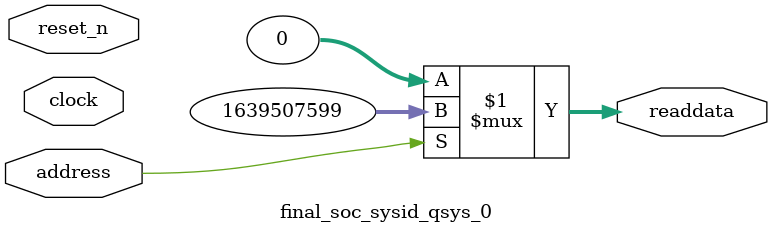
<source format=v>



// synthesis translate_off
`timescale 1ns / 1ps
// synthesis translate_on

// turn off superfluous verilog processor warnings 
// altera message_level Level1 
// altera message_off 10034 10035 10036 10037 10230 10240 10030 

module final_soc_sysid_qsys_0 (
               // inputs:
                address,
                clock,
                reset_n,

               // outputs:
                readdata
             )
;

  output  [ 31: 0] readdata;
  input            address;
  input            clock;
  input            reset_n;

  wire    [ 31: 0] readdata;
  //control_slave, which is an e_avalon_slave
  assign readdata = address ? 1639507599 : 0;

endmodule



</source>
